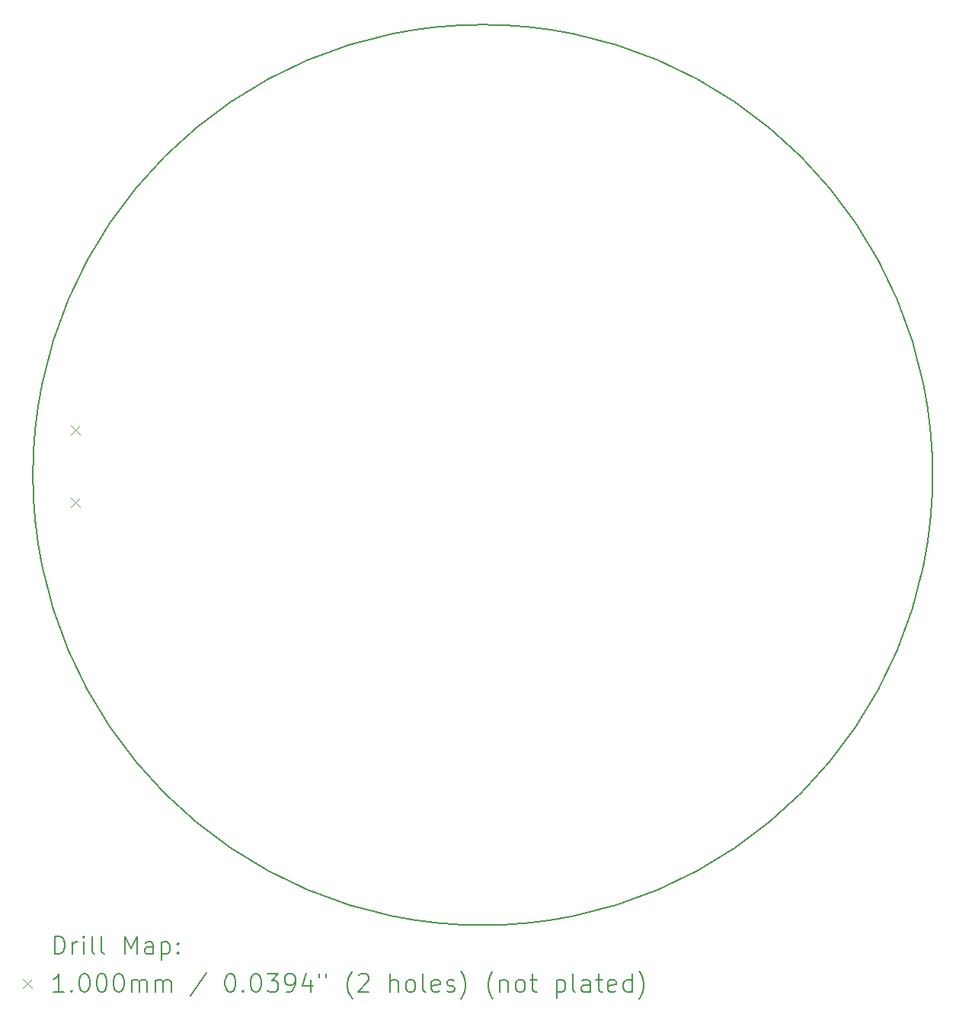
<source format=gbr>
%TF.GenerationSoftware,KiCad,Pcbnew,7.0.1*%
%TF.CreationDate,2024-08-11T16:24:48+02:00*%
%TF.ProjectId,uTesla,75546573-6c61-42e6-9b69-6361645f7063,rev?*%
%TF.SameCoordinates,Original*%
%TF.FileFunction,Drillmap*%
%TF.FilePolarity,Positive*%
%FSLAX45Y45*%
G04 Gerber Fmt 4.5, Leading zero omitted, Abs format (unit mm)*
G04 Created by KiCad (PCBNEW 7.0.1) date 2024-08-11 16:24:48*
%MOMM*%
%LPD*%
G01*
G04 APERTURE LIST*
%ADD10C,0.150000*%
%ADD11C,0.200000*%
%ADD12C,0.100000*%
G04 APERTURE END LIST*
D10*
X18970000Y-8890000D02*
G75*
G03*
X18970000Y-8890000I-5000000J0D01*
G01*
D11*
D12*
X9392050Y-8345000D02*
X9492050Y-8445000D01*
X9492050Y-8345000D02*
X9392050Y-8445000D01*
X9392050Y-9145000D02*
X9492050Y-9245000D01*
X9492050Y-9145000D02*
X9392050Y-9245000D01*
D11*
X9210119Y-14210024D02*
X9210119Y-14010024D01*
X9210119Y-14010024D02*
X9257738Y-14010024D01*
X9257738Y-14010024D02*
X9286310Y-14019548D01*
X9286310Y-14019548D02*
X9305357Y-14038595D01*
X9305357Y-14038595D02*
X9314881Y-14057643D01*
X9314881Y-14057643D02*
X9324405Y-14095738D01*
X9324405Y-14095738D02*
X9324405Y-14124309D01*
X9324405Y-14124309D02*
X9314881Y-14162405D01*
X9314881Y-14162405D02*
X9305357Y-14181452D01*
X9305357Y-14181452D02*
X9286310Y-14200500D01*
X9286310Y-14200500D02*
X9257738Y-14210024D01*
X9257738Y-14210024D02*
X9210119Y-14210024D01*
X9410119Y-14210024D02*
X9410119Y-14076690D01*
X9410119Y-14114786D02*
X9419643Y-14095738D01*
X9419643Y-14095738D02*
X9429167Y-14086214D01*
X9429167Y-14086214D02*
X9448214Y-14076690D01*
X9448214Y-14076690D02*
X9467262Y-14076690D01*
X9533929Y-14210024D02*
X9533929Y-14076690D01*
X9533929Y-14010024D02*
X9524405Y-14019548D01*
X9524405Y-14019548D02*
X9533929Y-14029071D01*
X9533929Y-14029071D02*
X9543452Y-14019548D01*
X9543452Y-14019548D02*
X9533929Y-14010024D01*
X9533929Y-14010024D02*
X9533929Y-14029071D01*
X9657738Y-14210024D02*
X9638690Y-14200500D01*
X9638690Y-14200500D02*
X9629167Y-14181452D01*
X9629167Y-14181452D02*
X9629167Y-14010024D01*
X9762500Y-14210024D02*
X9743452Y-14200500D01*
X9743452Y-14200500D02*
X9733929Y-14181452D01*
X9733929Y-14181452D02*
X9733929Y-14010024D01*
X9991071Y-14210024D02*
X9991071Y-14010024D01*
X9991071Y-14010024D02*
X10057738Y-14152881D01*
X10057738Y-14152881D02*
X10124405Y-14010024D01*
X10124405Y-14010024D02*
X10124405Y-14210024D01*
X10305357Y-14210024D02*
X10305357Y-14105262D01*
X10305357Y-14105262D02*
X10295833Y-14086214D01*
X10295833Y-14086214D02*
X10276786Y-14076690D01*
X10276786Y-14076690D02*
X10238690Y-14076690D01*
X10238690Y-14076690D02*
X10219643Y-14086214D01*
X10305357Y-14200500D02*
X10286310Y-14210024D01*
X10286310Y-14210024D02*
X10238690Y-14210024D01*
X10238690Y-14210024D02*
X10219643Y-14200500D01*
X10219643Y-14200500D02*
X10210119Y-14181452D01*
X10210119Y-14181452D02*
X10210119Y-14162405D01*
X10210119Y-14162405D02*
X10219643Y-14143357D01*
X10219643Y-14143357D02*
X10238690Y-14133833D01*
X10238690Y-14133833D02*
X10286310Y-14133833D01*
X10286310Y-14133833D02*
X10305357Y-14124309D01*
X10400595Y-14076690D02*
X10400595Y-14276690D01*
X10400595Y-14086214D02*
X10419643Y-14076690D01*
X10419643Y-14076690D02*
X10457738Y-14076690D01*
X10457738Y-14076690D02*
X10476786Y-14086214D01*
X10476786Y-14086214D02*
X10486310Y-14095738D01*
X10486310Y-14095738D02*
X10495833Y-14114786D01*
X10495833Y-14114786D02*
X10495833Y-14171928D01*
X10495833Y-14171928D02*
X10486310Y-14190976D01*
X10486310Y-14190976D02*
X10476786Y-14200500D01*
X10476786Y-14200500D02*
X10457738Y-14210024D01*
X10457738Y-14210024D02*
X10419643Y-14210024D01*
X10419643Y-14210024D02*
X10400595Y-14200500D01*
X10581548Y-14190976D02*
X10591071Y-14200500D01*
X10591071Y-14200500D02*
X10581548Y-14210024D01*
X10581548Y-14210024D02*
X10572024Y-14200500D01*
X10572024Y-14200500D02*
X10581548Y-14190976D01*
X10581548Y-14190976D02*
X10581548Y-14210024D01*
X10581548Y-14086214D02*
X10591071Y-14095738D01*
X10591071Y-14095738D02*
X10581548Y-14105262D01*
X10581548Y-14105262D02*
X10572024Y-14095738D01*
X10572024Y-14095738D02*
X10581548Y-14086214D01*
X10581548Y-14086214D02*
X10581548Y-14105262D01*
D12*
X8862500Y-14487500D02*
X8962500Y-14587500D01*
X8962500Y-14487500D02*
X8862500Y-14587500D01*
D11*
X9314881Y-14630024D02*
X9200595Y-14630024D01*
X9257738Y-14630024D02*
X9257738Y-14430024D01*
X9257738Y-14430024D02*
X9238690Y-14458595D01*
X9238690Y-14458595D02*
X9219643Y-14477643D01*
X9219643Y-14477643D02*
X9200595Y-14487167D01*
X9400595Y-14610976D02*
X9410119Y-14620500D01*
X9410119Y-14620500D02*
X9400595Y-14630024D01*
X9400595Y-14630024D02*
X9391071Y-14620500D01*
X9391071Y-14620500D02*
X9400595Y-14610976D01*
X9400595Y-14610976D02*
X9400595Y-14630024D01*
X9533929Y-14430024D02*
X9552976Y-14430024D01*
X9552976Y-14430024D02*
X9572024Y-14439548D01*
X9572024Y-14439548D02*
X9581548Y-14449071D01*
X9581548Y-14449071D02*
X9591071Y-14468119D01*
X9591071Y-14468119D02*
X9600595Y-14506214D01*
X9600595Y-14506214D02*
X9600595Y-14553833D01*
X9600595Y-14553833D02*
X9591071Y-14591928D01*
X9591071Y-14591928D02*
X9581548Y-14610976D01*
X9581548Y-14610976D02*
X9572024Y-14620500D01*
X9572024Y-14620500D02*
X9552976Y-14630024D01*
X9552976Y-14630024D02*
X9533929Y-14630024D01*
X9533929Y-14630024D02*
X9514881Y-14620500D01*
X9514881Y-14620500D02*
X9505357Y-14610976D01*
X9505357Y-14610976D02*
X9495833Y-14591928D01*
X9495833Y-14591928D02*
X9486310Y-14553833D01*
X9486310Y-14553833D02*
X9486310Y-14506214D01*
X9486310Y-14506214D02*
X9495833Y-14468119D01*
X9495833Y-14468119D02*
X9505357Y-14449071D01*
X9505357Y-14449071D02*
X9514881Y-14439548D01*
X9514881Y-14439548D02*
X9533929Y-14430024D01*
X9724405Y-14430024D02*
X9743452Y-14430024D01*
X9743452Y-14430024D02*
X9762500Y-14439548D01*
X9762500Y-14439548D02*
X9772024Y-14449071D01*
X9772024Y-14449071D02*
X9781548Y-14468119D01*
X9781548Y-14468119D02*
X9791071Y-14506214D01*
X9791071Y-14506214D02*
X9791071Y-14553833D01*
X9791071Y-14553833D02*
X9781548Y-14591928D01*
X9781548Y-14591928D02*
X9772024Y-14610976D01*
X9772024Y-14610976D02*
X9762500Y-14620500D01*
X9762500Y-14620500D02*
X9743452Y-14630024D01*
X9743452Y-14630024D02*
X9724405Y-14630024D01*
X9724405Y-14630024D02*
X9705357Y-14620500D01*
X9705357Y-14620500D02*
X9695833Y-14610976D01*
X9695833Y-14610976D02*
X9686310Y-14591928D01*
X9686310Y-14591928D02*
X9676786Y-14553833D01*
X9676786Y-14553833D02*
X9676786Y-14506214D01*
X9676786Y-14506214D02*
X9686310Y-14468119D01*
X9686310Y-14468119D02*
X9695833Y-14449071D01*
X9695833Y-14449071D02*
X9705357Y-14439548D01*
X9705357Y-14439548D02*
X9724405Y-14430024D01*
X9914881Y-14430024D02*
X9933929Y-14430024D01*
X9933929Y-14430024D02*
X9952976Y-14439548D01*
X9952976Y-14439548D02*
X9962500Y-14449071D01*
X9962500Y-14449071D02*
X9972024Y-14468119D01*
X9972024Y-14468119D02*
X9981548Y-14506214D01*
X9981548Y-14506214D02*
X9981548Y-14553833D01*
X9981548Y-14553833D02*
X9972024Y-14591928D01*
X9972024Y-14591928D02*
X9962500Y-14610976D01*
X9962500Y-14610976D02*
X9952976Y-14620500D01*
X9952976Y-14620500D02*
X9933929Y-14630024D01*
X9933929Y-14630024D02*
X9914881Y-14630024D01*
X9914881Y-14630024D02*
X9895833Y-14620500D01*
X9895833Y-14620500D02*
X9886310Y-14610976D01*
X9886310Y-14610976D02*
X9876786Y-14591928D01*
X9876786Y-14591928D02*
X9867262Y-14553833D01*
X9867262Y-14553833D02*
X9867262Y-14506214D01*
X9867262Y-14506214D02*
X9876786Y-14468119D01*
X9876786Y-14468119D02*
X9886310Y-14449071D01*
X9886310Y-14449071D02*
X9895833Y-14439548D01*
X9895833Y-14439548D02*
X9914881Y-14430024D01*
X10067262Y-14630024D02*
X10067262Y-14496690D01*
X10067262Y-14515738D02*
X10076786Y-14506214D01*
X10076786Y-14506214D02*
X10095833Y-14496690D01*
X10095833Y-14496690D02*
X10124405Y-14496690D01*
X10124405Y-14496690D02*
X10143452Y-14506214D01*
X10143452Y-14506214D02*
X10152976Y-14525262D01*
X10152976Y-14525262D02*
X10152976Y-14630024D01*
X10152976Y-14525262D02*
X10162500Y-14506214D01*
X10162500Y-14506214D02*
X10181548Y-14496690D01*
X10181548Y-14496690D02*
X10210119Y-14496690D01*
X10210119Y-14496690D02*
X10229167Y-14506214D01*
X10229167Y-14506214D02*
X10238691Y-14525262D01*
X10238691Y-14525262D02*
X10238691Y-14630024D01*
X10333929Y-14630024D02*
X10333929Y-14496690D01*
X10333929Y-14515738D02*
X10343452Y-14506214D01*
X10343452Y-14506214D02*
X10362500Y-14496690D01*
X10362500Y-14496690D02*
X10391072Y-14496690D01*
X10391072Y-14496690D02*
X10410119Y-14506214D01*
X10410119Y-14506214D02*
X10419643Y-14525262D01*
X10419643Y-14525262D02*
X10419643Y-14630024D01*
X10419643Y-14525262D02*
X10429167Y-14506214D01*
X10429167Y-14506214D02*
X10448214Y-14496690D01*
X10448214Y-14496690D02*
X10476786Y-14496690D01*
X10476786Y-14496690D02*
X10495833Y-14506214D01*
X10495833Y-14506214D02*
X10505357Y-14525262D01*
X10505357Y-14525262D02*
X10505357Y-14630024D01*
X10895833Y-14420500D02*
X10724405Y-14677643D01*
X11152976Y-14430024D02*
X11172024Y-14430024D01*
X11172024Y-14430024D02*
X11191072Y-14439548D01*
X11191072Y-14439548D02*
X11200595Y-14449071D01*
X11200595Y-14449071D02*
X11210119Y-14468119D01*
X11210119Y-14468119D02*
X11219643Y-14506214D01*
X11219643Y-14506214D02*
X11219643Y-14553833D01*
X11219643Y-14553833D02*
X11210119Y-14591928D01*
X11210119Y-14591928D02*
X11200595Y-14610976D01*
X11200595Y-14610976D02*
X11191072Y-14620500D01*
X11191072Y-14620500D02*
X11172024Y-14630024D01*
X11172024Y-14630024D02*
X11152976Y-14630024D01*
X11152976Y-14630024D02*
X11133929Y-14620500D01*
X11133929Y-14620500D02*
X11124405Y-14610976D01*
X11124405Y-14610976D02*
X11114881Y-14591928D01*
X11114881Y-14591928D02*
X11105357Y-14553833D01*
X11105357Y-14553833D02*
X11105357Y-14506214D01*
X11105357Y-14506214D02*
X11114881Y-14468119D01*
X11114881Y-14468119D02*
X11124405Y-14449071D01*
X11124405Y-14449071D02*
X11133929Y-14439548D01*
X11133929Y-14439548D02*
X11152976Y-14430024D01*
X11305357Y-14610976D02*
X11314881Y-14620500D01*
X11314881Y-14620500D02*
X11305357Y-14630024D01*
X11305357Y-14630024D02*
X11295833Y-14620500D01*
X11295833Y-14620500D02*
X11305357Y-14610976D01*
X11305357Y-14610976D02*
X11305357Y-14630024D01*
X11438691Y-14430024D02*
X11457738Y-14430024D01*
X11457738Y-14430024D02*
X11476786Y-14439548D01*
X11476786Y-14439548D02*
X11486310Y-14449071D01*
X11486310Y-14449071D02*
X11495833Y-14468119D01*
X11495833Y-14468119D02*
X11505357Y-14506214D01*
X11505357Y-14506214D02*
X11505357Y-14553833D01*
X11505357Y-14553833D02*
X11495833Y-14591928D01*
X11495833Y-14591928D02*
X11486310Y-14610976D01*
X11486310Y-14610976D02*
X11476786Y-14620500D01*
X11476786Y-14620500D02*
X11457738Y-14630024D01*
X11457738Y-14630024D02*
X11438691Y-14630024D01*
X11438691Y-14630024D02*
X11419643Y-14620500D01*
X11419643Y-14620500D02*
X11410119Y-14610976D01*
X11410119Y-14610976D02*
X11400595Y-14591928D01*
X11400595Y-14591928D02*
X11391072Y-14553833D01*
X11391072Y-14553833D02*
X11391072Y-14506214D01*
X11391072Y-14506214D02*
X11400595Y-14468119D01*
X11400595Y-14468119D02*
X11410119Y-14449071D01*
X11410119Y-14449071D02*
X11419643Y-14439548D01*
X11419643Y-14439548D02*
X11438691Y-14430024D01*
X11572024Y-14430024D02*
X11695833Y-14430024D01*
X11695833Y-14430024D02*
X11629167Y-14506214D01*
X11629167Y-14506214D02*
X11657738Y-14506214D01*
X11657738Y-14506214D02*
X11676786Y-14515738D01*
X11676786Y-14515738D02*
X11686310Y-14525262D01*
X11686310Y-14525262D02*
X11695833Y-14544309D01*
X11695833Y-14544309D02*
X11695833Y-14591928D01*
X11695833Y-14591928D02*
X11686310Y-14610976D01*
X11686310Y-14610976D02*
X11676786Y-14620500D01*
X11676786Y-14620500D02*
X11657738Y-14630024D01*
X11657738Y-14630024D02*
X11600595Y-14630024D01*
X11600595Y-14630024D02*
X11581548Y-14620500D01*
X11581548Y-14620500D02*
X11572024Y-14610976D01*
X11791072Y-14630024D02*
X11829167Y-14630024D01*
X11829167Y-14630024D02*
X11848214Y-14620500D01*
X11848214Y-14620500D02*
X11857738Y-14610976D01*
X11857738Y-14610976D02*
X11876786Y-14582405D01*
X11876786Y-14582405D02*
X11886310Y-14544309D01*
X11886310Y-14544309D02*
X11886310Y-14468119D01*
X11886310Y-14468119D02*
X11876786Y-14449071D01*
X11876786Y-14449071D02*
X11867262Y-14439548D01*
X11867262Y-14439548D02*
X11848214Y-14430024D01*
X11848214Y-14430024D02*
X11810119Y-14430024D01*
X11810119Y-14430024D02*
X11791072Y-14439548D01*
X11791072Y-14439548D02*
X11781548Y-14449071D01*
X11781548Y-14449071D02*
X11772024Y-14468119D01*
X11772024Y-14468119D02*
X11772024Y-14515738D01*
X11772024Y-14515738D02*
X11781548Y-14534786D01*
X11781548Y-14534786D02*
X11791072Y-14544309D01*
X11791072Y-14544309D02*
X11810119Y-14553833D01*
X11810119Y-14553833D02*
X11848214Y-14553833D01*
X11848214Y-14553833D02*
X11867262Y-14544309D01*
X11867262Y-14544309D02*
X11876786Y-14534786D01*
X11876786Y-14534786D02*
X11886310Y-14515738D01*
X12057738Y-14496690D02*
X12057738Y-14630024D01*
X12010119Y-14420500D02*
X11962500Y-14563357D01*
X11962500Y-14563357D02*
X12086310Y-14563357D01*
X12152976Y-14430024D02*
X12152976Y-14468119D01*
X12229167Y-14430024D02*
X12229167Y-14468119D01*
X12524405Y-14706214D02*
X12514881Y-14696690D01*
X12514881Y-14696690D02*
X12495834Y-14668119D01*
X12495834Y-14668119D02*
X12486310Y-14649071D01*
X12486310Y-14649071D02*
X12476786Y-14620500D01*
X12476786Y-14620500D02*
X12467262Y-14572881D01*
X12467262Y-14572881D02*
X12467262Y-14534786D01*
X12467262Y-14534786D02*
X12476786Y-14487167D01*
X12476786Y-14487167D02*
X12486310Y-14458595D01*
X12486310Y-14458595D02*
X12495834Y-14439548D01*
X12495834Y-14439548D02*
X12514881Y-14410976D01*
X12514881Y-14410976D02*
X12524405Y-14401452D01*
X12591072Y-14449071D02*
X12600595Y-14439548D01*
X12600595Y-14439548D02*
X12619643Y-14430024D01*
X12619643Y-14430024D02*
X12667262Y-14430024D01*
X12667262Y-14430024D02*
X12686310Y-14439548D01*
X12686310Y-14439548D02*
X12695834Y-14449071D01*
X12695834Y-14449071D02*
X12705357Y-14468119D01*
X12705357Y-14468119D02*
X12705357Y-14487167D01*
X12705357Y-14487167D02*
X12695834Y-14515738D01*
X12695834Y-14515738D02*
X12581548Y-14630024D01*
X12581548Y-14630024D02*
X12705357Y-14630024D01*
X12943453Y-14630024D02*
X12943453Y-14430024D01*
X13029167Y-14630024D02*
X13029167Y-14525262D01*
X13029167Y-14525262D02*
X13019643Y-14506214D01*
X13019643Y-14506214D02*
X13000596Y-14496690D01*
X13000596Y-14496690D02*
X12972024Y-14496690D01*
X12972024Y-14496690D02*
X12952976Y-14506214D01*
X12952976Y-14506214D02*
X12943453Y-14515738D01*
X13152976Y-14630024D02*
X13133929Y-14620500D01*
X13133929Y-14620500D02*
X13124405Y-14610976D01*
X13124405Y-14610976D02*
X13114881Y-14591928D01*
X13114881Y-14591928D02*
X13114881Y-14534786D01*
X13114881Y-14534786D02*
X13124405Y-14515738D01*
X13124405Y-14515738D02*
X13133929Y-14506214D01*
X13133929Y-14506214D02*
X13152976Y-14496690D01*
X13152976Y-14496690D02*
X13181548Y-14496690D01*
X13181548Y-14496690D02*
X13200596Y-14506214D01*
X13200596Y-14506214D02*
X13210119Y-14515738D01*
X13210119Y-14515738D02*
X13219643Y-14534786D01*
X13219643Y-14534786D02*
X13219643Y-14591928D01*
X13219643Y-14591928D02*
X13210119Y-14610976D01*
X13210119Y-14610976D02*
X13200596Y-14620500D01*
X13200596Y-14620500D02*
X13181548Y-14630024D01*
X13181548Y-14630024D02*
X13152976Y-14630024D01*
X13333929Y-14630024D02*
X13314881Y-14620500D01*
X13314881Y-14620500D02*
X13305357Y-14601452D01*
X13305357Y-14601452D02*
X13305357Y-14430024D01*
X13486310Y-14620500D02*
X13467262Y-14630024D01*
X13467262Y-14630024D02*
X13429167Y-14630024D01*
X13429167Y-14630024D02*
X13410119Y-14620500D01*
X13410119Y-14620500D02*
X13400596Y-14601452D01*
X13400596Y-14601452D02*
X13400596Y-14525262D01*
X13400596Y-14525262D02*
X13410119Y-14506214D01*
X13410119Y-14506214D02*
X13429167Y-14496690D01*
X13429167Y-14496690D02*
X13467262Y-14496690D01*
X13467262Y-14496690D02*
X13486310Y-14506214D01*
X13486310Y-14506214D02*
X13495834Y-14525262D01*
X13495834Y-14525262D02*
X13495834Y-14544309D01*
X13495834Y-14544309D02*
X13400596Y-14563357D01*
X13572024Y-14620500D02*
X13591072Y-14630024D01*
X13591072Y-14630024D02*
X13629167Y-14630024D01*
X13629167Y-14630024D02*
X13648215Y-14620500D01*
X13648215Y-14620500D02*
X13657738Y-14601452D01*
X13657738Y-14601452D02*
X13657738Y-14591928D01*
X13657738Y-14591928D02*
X13648215Y-14572881D01*
X13648215Y-14572881D02*
X13629167Y-14563357D01*
X13629167Y-14563357D02*
X13600596Y-14563357D01*
X13600596Y-14563357D02*
X13581548Y-14553833D01*
X13581548Y-14553833D02*
X13572024Y-14534786D01*
X13572024Y-14534786D02*
X13572024Y-14525262D01*
X13572024Y-14525262D02*
X13581548Y-14506214D01*
X13581548Y-14506214D02*
X13600596Y-14496690D01*
X13600596Y-14496690D02*
X13629167Y-14496690D01*
X13629167Y-14496690D02*
X13648215Y-14506214D01*
X13724405Y-14706214D02*
X13733929Y-14696690D01*
X13733929Y-14696690D02*
X13752977Y-14668119D01*
X13752977Y-14668119D02*
X13762500Y-14649071D01*
X13762500Y-14649071D02*
X13772024Y-14620500D01*
X13772024Y-14620500D02*
X13781548Y-14572881D01*
X13781548Y-14572881D02*
X13781548Y-14534786D01*
X13781548Y-14534786D02*
X13772024Y-14487167D01*
X13772024Y-14487167D02*
X13762500Y-14458595D01*
X13762500Y-14458595D02*
X13752977Y-14439548D01*
X13752977Y-14439548D02*
X13733929Y-14410976D01*
X13733929Y-14410976D02*
X13724405Y-14401452D01*
X14086310Y-14706214D02*
X14076786Y-14696690D01*
X14076786Y-14696690D02*
X14057738Y-14668119D01*
X14057738Y-14668119D02*
X14048215Y-14649071D01*
X14048215Y-14649071D02*
X14038691Y-14620500D01*
X14038691Y-14620500D02*
X14029167Y-14572881D01*
X14029167Y-14572881D02*
X14029167Y-14534786D01*
X14029167Y-14534786D02*
X14038691Y-14487167D01*
X14038691Y-14487167D02*
X14048215Y-14458595D01*
X14048215Y-14458595D02*
X14057738Y-14439548D01*
X14057738Y-14439548D02*
X14076786Y-14410976D01*
X14076786Y-14410976D02*
X14086310Y-14401452D01*
X14162500Y-14496690D02*
X14162500Y-14630024D01*
X14162500Y-14515738D02*
X14172024Y-14506214D01*
X14172024Y-14506214D02*
X14191072Y-14496690D01*
X14191072Y-14496690D02*
X14219643Y-14496690D01*
X14219643Y-14496690D02*
X14238691Y-14506214D01*
X14238691Y-14506214D02*
X14248215Y-14525262D01*
X14248215Y-14525262D02*
X14248215Y-14630024D01*
X14372024Y-14630024D02*
X14352977Y-14620500D01*
X14352977Y-14620500D02*
X14343453Y-14610976D01*
X14343453Y-14610976D02*
X14333929Y-14591928D01*
X14333929Y-14591928D02*
X14333929Y-14534786D01*
X14333929Y-14534786D02*
X14343453Y-14515738D01*
X14343453Y-14515738D02*
X14352977Y-14506214D01*
X14352977Y-14506214D02*
X14372024Y-14496690D01*
X14372024Y-14496690D02*
X14400596Y-14496690D01*
X14400596Y-14496690D02*
X14419643Y-14506214D01*
X14419643Y-14506214D02*
X14429167Y-14515738D01*
X14429167Y-14515738D02*
X14438691Y-14534786D01*
X14438691Y-14534786D02*
X14438691Y-14591928D01*
X14438691Y-14591928D02*
X14429167Y-14610976D01*
X14429167Y-14610976D02*
X14419643Y-14620500D01*
X14419643Y-14620500D02*
X14400596Y-14630024D01*
X14400596Y-14630024D02*
X14372024Y-14630024D01*
X14495834Y-14496690D02*
X14572024Y-14496690D01*
X14524405Y-14430024D02*
X14524405Y-14601452D01*
X14524405Y-14601452D02*
X14533929Y-14620500D01*
X14533929Y-14620500D02*
X14552977Y-14630024D01*
X14552977Y-14630024D02*
X14572024Y-14630024D01*
X14791072Y-14496690D02*
X14791072Y-14696690D01*
X14791072Y-14506214D02*
X14810119Y-14496690D01*
X14810119Y-14496690D02*
X14848215Y-14496690D01*
X14848215Y-14496690D02*
X14867262Y-14506214D01*
X14867262Y-14506214D02*
X14876786Y-14515738D01*
X14876786Y-14515738D02*
X14886310Y-14534786D01*
X14886310Y-14534786D02*
X14886310Y-14591928D01*
X14886310Y-14591928D02*
X14876786Y-14610976D01*
X14876786Y-14610976D02*
X14867262Y-14620500D01*
X14867262Y-14620500D02*
X14848215Y-14630024D01*
X14848215Y-14630024D02*
X14810119Y-14630024D01*
X14810119Y-14630024D02*
X14791072Y-14620500D01*
X15000596Y-14630024D02*
X14981548Y-14620500D01*
X14981548Y-14620500D02*
X14972024Y-14601452D01*
X14972024Y-14601452D02*
X14972024Y-14430024D01*
X15162500Y-14630024D02*
X15162500Y-14525262D01*
X15162500Y-14525262D02*
X15152977Y-14506214D01*
X15152977Y-14506214D02*
X15133929Y-14496690D01*
X15133929Y-14496690D02*
X15095834Y-14496690D01*
X15095834Y-14496690D02*
X15076786Y-14506214D01*
X15162500Y-14620500D02*
X15143453Y-14630024D01*
X15143453Y-14630024D02*
X15095834Y-14630024D01*
X15095834Y-14630024D02*
X15076786Y-14620500D01*
X15076786Y-14620500D02*
X15067262Y-14601452D01*
X15067262Y-14601452D02*
X15067262Y-14582405D01*
X15067262Y-14582405D02*
X15076786Y-14563357D01*
X15076786Y-14563357D02*
X15095834Y-14553833D01*
X15095834Y-14553833D02*
X15143453Y-14553833D01*
X15143453Y-14553833D02*
X15162500Y-14544309D01*
X15229167Y-14496690D02*
X15305358Y-14496690D01*
X15257739Y-14430024D02*
X15257739Y-14601452D01*
X15257739Y-14601452D02*
X15267262Y-14620500D01*
X15267262Y-14620500D02*
X15286310Y-14630024D01*
X15286310Y-14630024D02*
X15305358Y-14630024D01*
X15448215Y-14620500D02*
X15429167Y-14630024D01*
X15429167Y-14630024D02*
X15391072Y-14630024D01*
X15391072Y-14630024D02*
X15372024Y-14620500D01*
X15372024Y-14620500D02*
X15362500Y-14601452D01*
X15362500Y-14601452D02*
X15362500Y-14525262D01*
X15362500Y-14525262D02*
X15372024Y-14506214D01*
X15372024Y-14506214D02*
X15391072Y-14496690D01*
X15391072Y-14496690D02*
X15429167Y-14496690D01*
X15429167Y-14496690D02*
X15448215Y-14506214D01*
X15448215Y-14506214D02*
X15457739Y-14525262D01*
X15457739Y-14525262D02*
X15457739Y-14544309D01*
X15457739Y-14544309D02*
X15362500Y-14563357D01*
X15629167Y-14630024D02*
X15629167Y-14430024D01*
X15629167Y-14620500D02*
X15610120Y-14630024D01*
X15610120Y-14630024D02*
X15572024Y-14630024D01*
X15572024Y-14630024D02*
X15552977Y-14620500D01*
X15552977Y-14620500D02*
X15543453Y-14610976D01*
X15543453Y-14610976D02*
X15533929Y-14591928D01*
X15533929Y-14591928D02*
X15533929Y-14534786D01*
X15533929Y-14534786D02*
X15543453Y-14515738D01*
X15543453Y-14515738D02*
X15552977Y-14506214D01*
X15552977Y-14506214D02*
X15572024Y-14496690D01*
X15572024Y-14496690D02*
X15610120Y-14496690D01*
X15610120Y-14496690D02*
X15629167Y-14506214D01*
X15705358Y-14706214D02*
X15714881Y-14696690D01*
X15714881Y-14696690D02*
X15733929Y-14668119D01*
X15733929Y-14668119D02*
X15743453Y-14649071D01*
X15743453Y-14649071D02*
X15752977Y-14620500D01*
X15752977Y-14620500D02*
X15762500Y-14572881D01*
X15762500Y-14572881D02*
X15762500Y-14534786D01*
X15762500Y-14534786D02*
X15752977Y-14487167D01*
X15752977Y-14487167D02*
X15743453Y-14458595D01*
X15743453Y-14458595D02*
X15733929Y-14439548D01*
X15733929Y-14439548D02*
X15714881Y-14410976D01*
X15714881Y-14410976D02*
X15705358Y-14401452D01*
M02*

</source>
